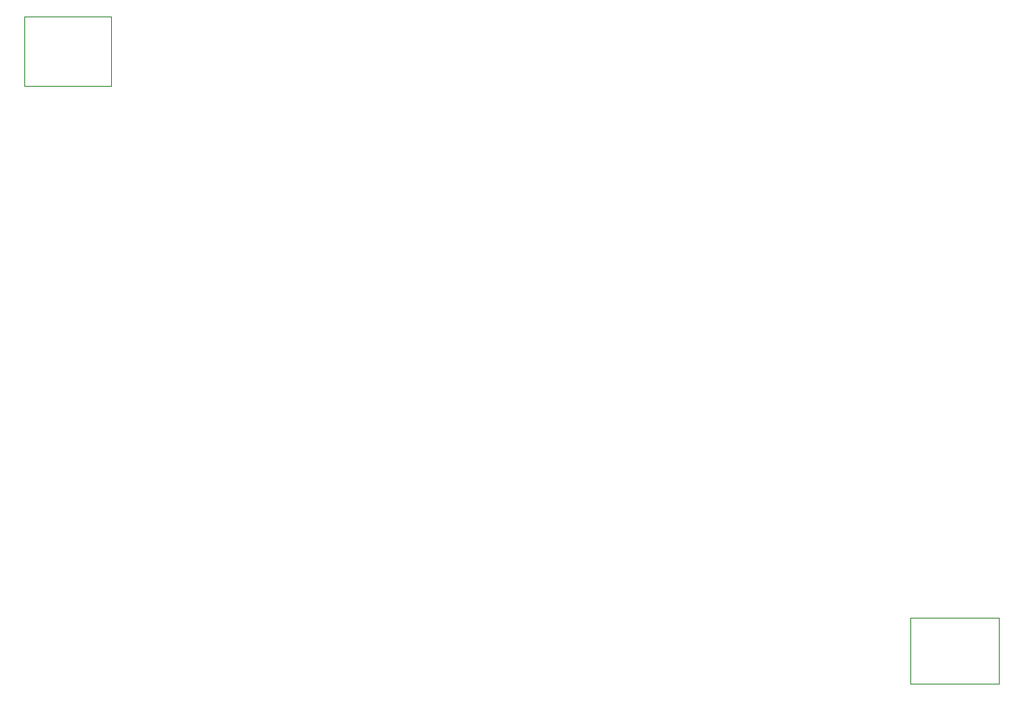
<source format=gbr>
%TF.GenerationSoftware,KiCad,Pcbnew,9.0.4*%
%TF.CreationDate,2025-10-09T22:00:13+02:00*%
%TF.ProjectId,Spikeling_v3.0,5370696b-656c-4696-9e67-5f76332e302e,rev?*%
%TF.SameCoordinates,Original*%
%TF.FileFunction,Other,User*%
%FSLAX46Y46*%
G04 Gerber Fmt 4.6, Leading zero omitted, Abs format (unit mm)*
G04 Created by KiCad (PCBNEW 9.0.4) date 2025-10-09 22:00:13*
%MOMM*%
%LPD*%
G01*
G04 APERTURE LIST*
%ADD10C,0.050000*%
G04 APERTURE END LIST*
D10*
%TO.C,BT1*%
X123225000Y-53450000D02*
X131625000Y-53450000D01*
X123225000Y-60200000D02*
X123225000Y-53450000D01*
X131625000Y-53450000D02*
X131625000Y-60200000D01*
X131625000Y-60200000D02*
X123225000Y-60200000D01*
%TO.C,D5*%
X209674000Y-112100000D02*
X218314000Y-112100000D01*
X209674000Y-118600000D02*
X209674000Y-112100000D01*
X218314000Y-112100000D02*
X218314000Y-118600000D01*
X218314000Y-118600000D02*
X209674000Y-118600000D01*
%TD*%
M02*

</source>
